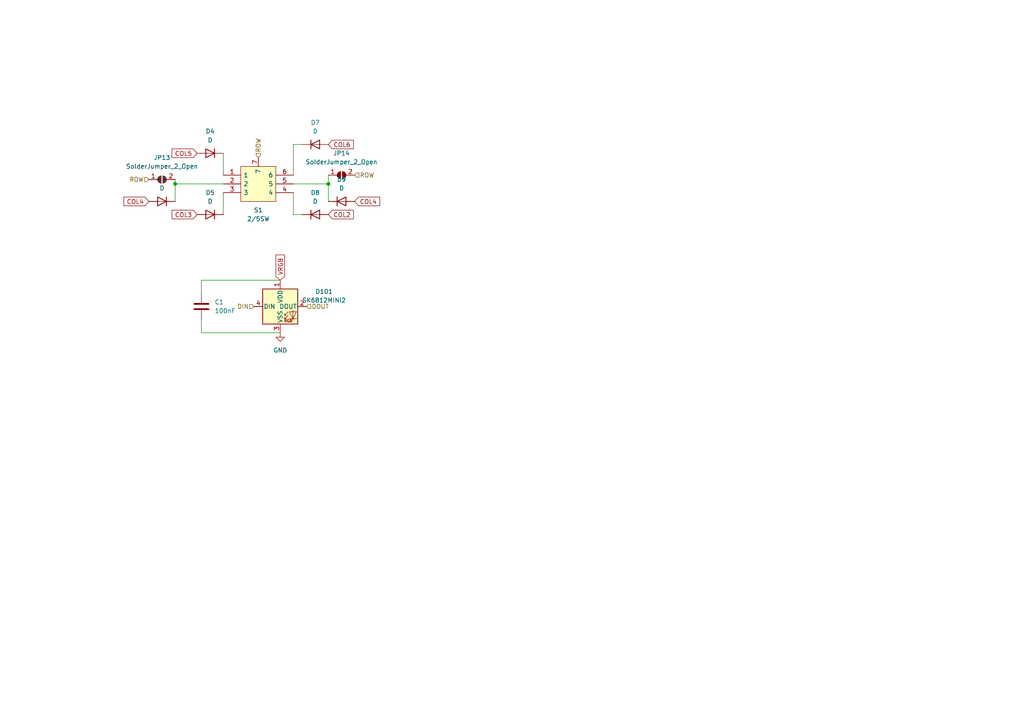
<source format=kicad_sch>
(kicad_sch (version 20211123) (generator eeschema)
  (paper "A4")
  (lib_symbols
    (symbol "Device:C" (pin_numbers hide) (pin_names (offset 0.254))
      (property "Reference" "C" (at 0.635 2.54 0))
      (property "Value" "C" (at 0.635 -2.54 0))
      (symbol "C_0_1"
        (polyline (pts (xy -2.032 -0.762) (xy 2.032 -0.762)) (stroke (width 0.508)))
        (polyline (pts (xy -2.032 0.762) (xy 2.032 0.762)) (stroke (width 0.508)))
      )
      (symbol "C_1_1"
        (pin passive line (at 0 3.81 270) (length 2.794) (name "~") (number "1"))
        (pin passive line (at 0 -3.81 90) (length 2.794) (name "~") (number "2"))
      )
    )
    (symbol "Device:D" (pin_numbers hide) (pin_names (offset 1.016) hide)
      (property "Reference" "D" (at 0 2.54 0))
      (property "Value" "D" (at 0 -2.54 0))
      (symbol "D_0_1"
        (polyline (pts (xy -1.27 1.27) (xy -1.27 -1.27)) (stroke (width 0.254)))
        (polyline (pts (xy 1.27 0) (xy -1.27 0)))
        (polyline (pts (xy 1.27 1.27) (xy 1.27 -1.27) (xy -1.27 0) (xy 1.27 1.27)) (stroke (width 0.254)))
      )
      (symbol "D_1_1"
        (pin passive line (at -3.81 0 0) (length 2.54) (name "K") (number "1"))
        (pin passive line (at 3.81 0 180) (length 2.54) (name "A") (number "2"))
      )
    )
    (symbol "Jumper:SolderJumper_2_Open" (pin_names (offset 0) hide)
      (property "Reference" "JP" (at 0 2.032 0))
      (property "Value" "SolderJumper_2_Open" (at 0 -2.54 0))
      (symbol "SolderJumper_2_Open_0_1"
        (arc (start -0.254 1.016) (mid -1.27 0) (end -0.254 -1.016))
        (arc (start -0.254 1.016) (mid -1.27 0) (end -0.254 -1.016) (fill (type outline)))
        (polyline (pts (xy -0.254 1.016) (xy -0.254 -1.016)))
        (polyline (pts (xy 0.254 1.016) (xy 0.254 -1.016)))
        (arc (start 0.254 -1.016) (mid 1.27 0) (end 0.254 1.016))
        (arc (start 0.254 -1.016) (mid 1.27 0) (end 0.254 1.016) (fill (type outline)))
      )
      (symbol "SolderJumper_2_Open_1_1"
        (pin passive line (at -3.81 0 0) (length 2.54) (name "A") (number "1"))
        (pin passive line (at 3.81 0 180) (length 2.54) (name "B") (number "2"))
      )
    )
    (symbol "Stefan:2{slash}5SW" (pin_names (offset 0.762))
      (property "Reference" "S" (at 16.51 7.62 0))
      (property "Value" "2{slash}5SW" (at 16.51 5.08 0))
      (symbol "2{slash}5SW_0_0"
        (pin passive line (at 0 0 0) (length 5.08) (name "1") (number "1"))
        (pin passive line (at 0 -2.54 0) (length 5.08) (name "2") (number "2"))
        (pin passive line (at 0 -5.08 0) (length 5.08) (name "3") (number "3"))
        (pin passive line (at 20.32 -5.08 180) (length 5.08) (name "4") (number "4"))
        (pin passive line (at 20.32 -2.54 180) (length 5.08) (name "5") (number "5"))
        (pin passive line (at 20.32 0 180) (length 5.08) (name "6") (number "6"))
      )
      (symbol "2{slash}5SW_0_1"
        (polyline (pts (xy 5.08 2.54) (xy 15.24 2.54) (xy 15.24 -7.62) (xy 5.08 -7.62) (xy 5.08 2.54)) (stroke (width 0.1524)) (fill (type background)))
      )
      (symbol "2{slash}5SW_1_1"
        (pin passive line (at 10.16 5.08 270) (length 2.54) (name "7") (number "7"))
      )
    )
    (symbol "Stefan:SK6812MINI2" (pin_names (offset 0.254))
      (property "Reference" "D" (at 5.08 5.715 0))
      (property "Value" "SK6812MINI2" (at 1.27 -5.715 0))
      (symbol "SK6812MINI2_0_0"
        (text "RGB" (at 2.286 -4.191 0) (effects (font (size 0.762 0.762))))
      )
      (symbol "SK6812MINI2_0_1"
        (polyline (pts (xy 1.27 -3.556) (xy 1.778 -3.556)))
        (polyline (pts (xy 1.27 -2.54) (xy 1.778 -2.54)))
        (polyline (pts (xy 4.699 -3.556) (xy 2.667 -3.556)))
        (polyline (pts (xy 2.286 -2.54) (xy 1.27 -3.556) (xy 1.27 -3.048)))
        (polyline (pts (xy 2.286 -1.524) (xy 1.27 -2.54) (xy 1.27 -2.032)))
        (polyline (pts (xy 3.683 -1.016) (xy 3.683 -3.556) (xy 3.683 -4.064)))
        (polyline (pts (xy 4.699 -1.524) (xy 2.667 -1.524) (xy 3.683 -3.556) (xy 4.699 -1.524)))
        (rectangle (start 5.08 5.08) (end -5.08 -5.08) (stroke (width 0.254)) (fill (type background)))
      )
      (symbol "SK6812MINI2_1_1"
        (pin power_in line (at 0 7.62 270) (length 2.54) (name "VDD") (number "1"))
        (pin output line (at 7.62 0 180) (length 2.54) (name "DOUT") (number "2"))
        (pin power_in line (at 0 -7.62 90) (length 2.54) (name "VSS") (number "3"))
        (pin input line (at -7.62 0 0) (length 2.54) (name "DIN") (number "4"))
      )
    )
    (symbol "power:GND" (power) (pin_names (offset 0))
      (property "Value" "GND" (at 0 -3.81 0))
      (symbol "GND_0_1"
        (polyline (pts (xy 0 0) (xy 0 -1.27) (xy 1.27 -1.27) (xy 0 -2.54) (xy -1.27 -1.27) (xy 0 -1.27)))
      )
      (symbol "GND_1_1"
        (pin power_in line (at 0 0 270) (length 0) hide (name "GND") (number "1"))
      )
    )
  )
  (junction (at 50.8 53.34))
  (junction (at 95.25 53.34))
  (wire (pts (xy 58.42 92.71) (xy 58.42 96.52)))
  (wire (pts (xy 85.09 41.91) (xy 85.09 50.8)))
  (wire (pts (xy 81.28 81.28) (xy 58.42 81.28)))
  (wire (pts (xy 87.63 62.23) (xy 85.09 62.23)))
  (wire (pts (xy 95.25 58.42) (xy 95.25 53.34)))
  (wire (pts (xy 85.09 62.23) (xy 85.09 55.88)))
  (wire (pts (xy 50.8 52.07) (xy 50.8 53.34)))
  (wire (pts (xy 50.8 53.34) (xy 50.8 58.42)))
  (wire (pts (xy 95.25 50.8) (xy 95.25 53.34)))
  (wire (pts (xy 64.77 53.34) (xy 50.8 53.34)))
  (wire (pts (xy 58.42 81.28) (xy 58.42 85.09)))
  (wire (pts (xy 64.77 62.23) (xy 64.77 55.88)))
  (wire (pts (xy 95.25 53.34) (xy 85.09 53.34)))
  (wire (pts (xy 87.63 41.91) (xy 85.09 41.91)))
  (wire (pts (xy 64.77 44.45) (xy 64.77 50.8)))
  (wire (pts (xy 58.42 96.52) (xy 81.28 96.52)))
  (global_label "VRGB" (shape input) (at 81.28 81.28 90) (property "Intersheet References" "${INTERSHEET_REFS}" (effects hide)))
  (global_label "COL6" (shape input) (at 95.25 41.91 0) (property "Intersheet References" "${INTERSHEET_REFS}" (effects hide)))
  (global_label "COL4" (shape input) (at 102.87 58.42 0) (property "Intersheet References" "${INTERSHEET_REFS}" (effects hide)))
  (global_label "COL3" (shape input) (at 57.15 62.23 180) (property "Intersheet References" "${INTERSHEET_REFS}" (effects hide)))
  (global_label "COL4" (shape input) (at 43.18 58.42 180) (property "Intersheet References" "${INTERSHEET_REFS}" (effects hide)))
  (global_label "COL2" (shape input) (at 95.25 62.23 0) (property "Intersheet References" "${INTERSHEET_REFS}" (effects hide)))
  (global_label "COL5" (shape input) (at 57.15 44.45 180) (property "Intersheet References" "${INTERSHEET_REFS}" (effects hide)))
  (hierarchical_label "DOUT" (shape input) (at 88.9 88.9 0))
  (hierarchical_label "ROW" (shape input) (at 43.18 52.07 180))
  (hierarchical_label "ROW" (shape input) (at 102.87 50.8 0))
  (hierarchical_label "DIN" (shape input) (at 73.66 88.9 180))
  (hierarchical_label "ROW" (shape input) (at 74.93 45.72 90))
  (symbol (lib_id "Jumper:SolderJumper_2_Open") (at 46.99 52.07 0)
    (property "Reference" "JP13" (at 46.99 45.72 0))
    (property "Value" "SolderJumper_2_Open" (at 46.99 48.26 0))
    (property "Footprint" "Jumper:SolderJumper-2_P1.3mm_Open_TrianglePad1.0x1.5mm" (effects hide))
  )
  (symbol (lib_id "Device:D") (at 46.99 58.42 180)
    (property "Reference" "D3" (at 46.99 52.07 0))
    (property "Value" "D" (at 46.99 54.61 0))
    (property "Footprint" "Stefan:D_0805_2012Metric_Pad1.18x1.45mm_HandSolder_Dual" (effects hide))
  )
  (symbol (lib_id "Device:D") (at 91.44 62.23 0)
    (property "Reference" "D8" (at 91.44 55.88 0))
    (property "Value" "D" (at 91.44 58.42 0))
    (property "Footprint" "Stefan:D_0805_2012Metric_Pad1.18x1.45mm_HandSolder_Dual_Reversible" (effects hide))
  )
  (symbol (lib_id "Device:C") (at 58.42 88.9 0)
    (property "Reference" "C1" (at 62.23 87.6299 0) (effects (justify left)))
    (property "Value" "100nF" (at 62.23 90.1699 0) (effects (justify left)))
    (property "Footprint" "Stefan:C_0805_2012Metric_Pad1.18x1.45mm_HandSolder_Dual_Reversible" (effects hide))
  )
  (symbol (lib_id "Stefan:2{slash}5SW") (at 64.77 50.8 0)
    (property "Reference" "S1" (at 74.93 60.96 0))
    (property "Value" "2/5SW" (at 74.93 63.5 0))
    (property "Footprint" "Stefan:SW_MX_PG1350_SKQU_reversible" (effects hide))
    (property "Datasheet" "https://www.mouser.co.uk/datasheet/2/15/skqu-1155891.pdf" (effects hide))
    (property "Description" "Alps, SKQUCAA010, 2 Way Joystick Switch Plunger, Momentary, 12V dc" (effects hide))
    (property "Height" "10" (effects hide))
    (property "Mouser Part Number" "688-SKQUCA" (effects hide))
    (property "Mouser Price/Stock" "https://www.mouser.co.uk/ProductDetail/ALPS/SKQUCAA010?qs=N5Jky1br14PIN8L1H%2F2niA%3D%3D" (effects hide))
    (property "Manufacturer_Name" "ALPS" (effects hide))
    (property "Manufacturer_Part_Number" "SKQUCAA010" (effects hide))
  )
  (symbol (lib_id "Device:D") (at 99.06 58.42 0)
    (property "Reference" "D9" (at 99.06 52.07 0))
    (property "Value" "D" (at 99.06 54.61 0))
    (property "Footprint" "Stefan:D_0805_2012Metric_Pad1.18x1.45mm_HandSolder_Dual" (effects hide))
  )
  (symbol (lib_id "power:GND") (at 81.28 96.52 0)
    (property "Reference" "#PWR031" (effects hide))
    (property "Value" "GND" (at 81.28 101.6 0))
  )
  (symbol (lib_id "Device:D") (at 91.44 41.91 0)
    (property "Reference" "D7" (at 91.44 35.56 0))
    (property "Value" "D" (at 91.44 38.1 0))
    (property "Footprint" "Stefan:D_0805_2012Metric_Pad1.18x1.45mm_HandSolder_Dual_Reversible" (effects hide))
  )
  (symbol (lib_id "Stefan:SK6812MINI2") (at 81.28 88.9 0)
    (property "Reference" "D101" (at 93.98 84.5693 0))
    (property "Value" "SK6812MINI2" (at 93.98 87.1093 0))
    (property "Footprint" "Stefan:SK6812-MINI-E_Reversible" (effects hide))
    (property "Datasheet" "https://cdn-shop.adafruit.com/product-files/2686/SK6812MINI_REV.01-1-2.pdf" (effects hide))
  )
  (symbol (lib_id "Device:D") (at 60.96 44.45 180)
    (property "Reference" "D4" (at 60.96 38.1 0))
    (property "Value" "D" (at 60.96 40.64 0))
    (property "Footprint" "Stefan:D_0805_2012Metric_Pad1.18x1.45mm_HandSolder_Dual_Reversible" (effects hide))
  )
  (symbol (lib_id "Jumper:SolderJumper_2_Open") (at 99.06 50.8 0)
    (property "Reference" "JP14" (at 99.06 44.45 0))
    (property "Value" "SolderJumper_2_Open" (at 99.06 46.99 0))
    (property "Footprint" "Jumper:SolderJumper-2_P1.3mm_Open_TrianglePad1.0x1.5mm" (effects hide))
  )
  (symbol (lib_id "Device:D") (at 60.96 62.23 180)
    (property "Reference" "D5" (at 60.96 55.88 0))
    (property "Value" "D" (at 60.96 58.42 0))
    (property "Footprint" "Stefan:D_0805_2012Metric_Pad1.18x1.45mm_HandSolder_Dual_Reversible" (effects hide))
  )
)
</source>
